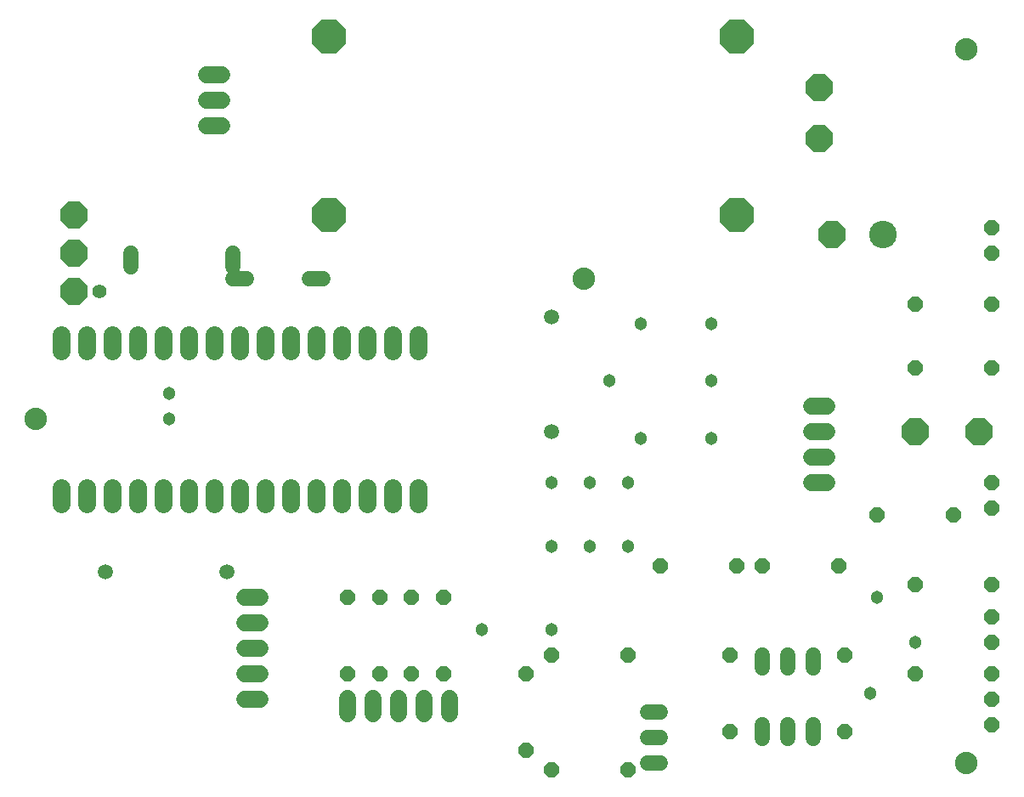
<source format=gbs>
G04 EAGLE Gerber X2 export*
G75*
%MOMM*%
%FSLAX34Y34*%
%LPD*%
%AMOC8*
5,1,8,0,0,1.08239X$1,22.5*%
G01*
%ADD10C,2.235200*%
%ADD11P,3.656530X8X22.500000*%
%ADD12P,2.969212X8X22.500000*%
%ADD13C,1.778000*%
%ADD14C,1.524000*%
%ADD15C,1.727200*%
%ADD16P,1.649562X8X292.500000*%
%ADD17P,1.649562X8X22.500000*%
%ADD18P,1.649562X8X202.500000*%
%ADD19P,1.649562X8X112.500000*%
%ADD20C,2.743200*%
%ADD21P,2.969212X8X202.500000*%
%ADD22C,1.503200*%
%ADD23C,1.303200*%
%ADD24C,1.403200*%


D10*
X952500Y736600D03*
X25400Y368300D03*
X952500Y25400D03*
X571500Y508000D03*
D11*
X723900Y571500D03*
X317500Y571500D03*
X723900Y749300D03*
X317500Y749300D03*
D12*
X63500Y533400D03*
D13*
X406400Y452374D02*
X406400Y436626D01*
X381000Y436626D02*
X381000Y452374D01*
X355600Y452374D02*
X355600Y436626D01*
X330200Y436626D02*
X330200Y452374D01*
X304800Y452374D02*
X304800Y436626D01*
X279400Y436626D02*
X279400Y452374D01*
X254000Y452374D02*
X254000Y436626D01*
X228600Y436626D02*
X228600Y452374D01*
X203200Y452374D02*
X203200Y436626D01*
X177800Y436626D02*
X177800Y452374D01*
X152400Y452374D02*
X152400Y436626D01*
X127000Y436626D02*
X127000Y452374D01*
X101600Y452374D02*
X101600Y436626D01*
X76200Y436626D02*
X76200Y452374D01*
X50800Y452374D02*
X50800Y436626D01*
X50800Y299974D02*
X50800Y284226D01*
X76200Y284226D02*
X76200Y299974D01*
X101600Y299974D02*
X101600Y284226D01*
X127000Y284226D02*
X127000Y299974D01*
X152400Y299974D02*
X152400Y284226D01*
X177800Y284226D02*
X177800Y299974D01*
X203200Y299974D02*
X203200Y284226D01*
X228600Y284226D02*
X228600Y299974D01*
X254000Y299974D02*
X254000Y284226D01*
X279400Y284226D02*
X279400Y299974D01*
X304800Y299974D02*
X304800Y284226D01*
X330200Y284226D02*
X330200Y299974D01*
X355600Y299974D02*
X355600Y284226D01*
X381000Y284226D02*
X381000Y299974D01*
X406400Y299974D02*
X406400Y284226D01*
D12*
X63500Y495300D03*
D14*
X298196Y508000D02*
X311404Y508000D01*
X235204Y508000D02*
X221996Y508000D01*
D12*
X63500Y571500D03*
D15*
X798830Y381000D02*
X814070Y381000D01*
X814070Y355600D02*
X798830Y355600D01*
X798830Y330200D02*
X814070Y330200D01*
X814070Y304800D02*
X798830Y304800D01*
X248920Y88900D02*
X233680Y88900D01*
X233680Y114300D02*
X248920Y114300D01*
X248920Y139700D02*
X233680Y139700D01*
X233680Y165100D02*
X248920Y165100D01*
X248920Y190500D02*
X233680Y190500D01*
X336550Y90170D02*
X336550Y74930D01*
X361950Y74930D02*
X361950Y90170D01*
X387350Y90170D02*
X387350Y74930D01*
X412750Y74930D02*
X412750Y90170D01*
X438150Y90170D02*
X438150Y74930D01*
D12*
X806450Y647700D03*
X806450Y698500D03*
D16*
X514350Y114300D03*
X514350Y38100D03*
D17*
X901700Y419100D03*
X977900Y419100D03*
D16*
X336550Y190500D03*
X336550Y114300D03*
X368300Y190500D03*
X368300Y114300D03*
X400050Y190500D03*
X400050Y114300D03*
X431800Y190500D03*
X431800Y114300D03*
D18*
X977900Y482600D03*
X901700Y482600D03*
D19*
X831850Y57150D03*
X831850Y133350D03*
D17*
X749300Y222250D03*
X825500Y222250D03*
D18*
X615950Y133350D03*
X539750Y133350D03*
X723900Y222250D03*
X647700Y222250D03*
D17*
X539750Y19050D03*
X615950Y19050D03*
D18*
X977900Y114300D03*
X901700Y114300D03*
X977900Y203200D03*
X901700Y203200D03*
X939800Y273050D03*
X863600Y273050D03*
D16*
X717550Y133350D03*
X717550Y57150D03*
D12*
X965200Y355600D03*
X901700Y355600D03*
D14*
X647954Y50800D02*
X634746Y50800D01*
X634746Y76200D02*
X647954Y76200D01*
X647954Y25400D02*
X634746Y25400D01*
X774700Y50546D02*
X774700Y63754D01*
X800100Y63754D02*
X800100Y50546D01*
X749300Y50546D02*
X749300Y63754D01*
X800100Y120396D02*
X800100Y133604D01*
X749300Y133604D02*
X749300Y120396D01*
X774700Y120396D02*
X774700Y133604D01*
X120650Y520446D02*
X120650Y533654D01*
X222250Y533654D02*
X222250Y520446D01*
D19*
X977900Y533400D03*
X977900Y558800D03*
X977900Y279400D03*
X977900Y304800D03*
D16*
X977900Y171450D03*
X977900Y146050D03*
X977900Y88900D03*
X977900Y63500D03*
D20*
X869950Y552450D03*
D21*
X819150Y552450D03*
D15*
X210820Y711200D02*
X195580Y711200D01*
X195580Y685800D02*
X210820Y685800D01*
X210820Y660400D02*
X195580Y660400D01*
D22*
X95250Y215900D03*
X215900Y215900D03*
D23*
X577850Y304800D03*
X577850Y241300D03*
D22*
X539750Y469900D03*
X539750Y355600D03*
D23*
X857250Y95250D03*
D24*
X88900Y495300D03*
D23*
X539750Y304800D03*
X539750Y241300D03*
X596900Y406400D03*
X698500Y406400D03*
X615950Y304800D03*
X615950Y241300D03*
X158750Y368300D03*
X901700Y146050D03*
X469900Y158750D03*
X539750Y158750D03*
X628650Y463550D03*
X698500Y463550D03*
X628650Y349250D03*
X698500Y349250D03*
X158750Y393700D03*
X863600Y190500D03*
M02*

</source>
